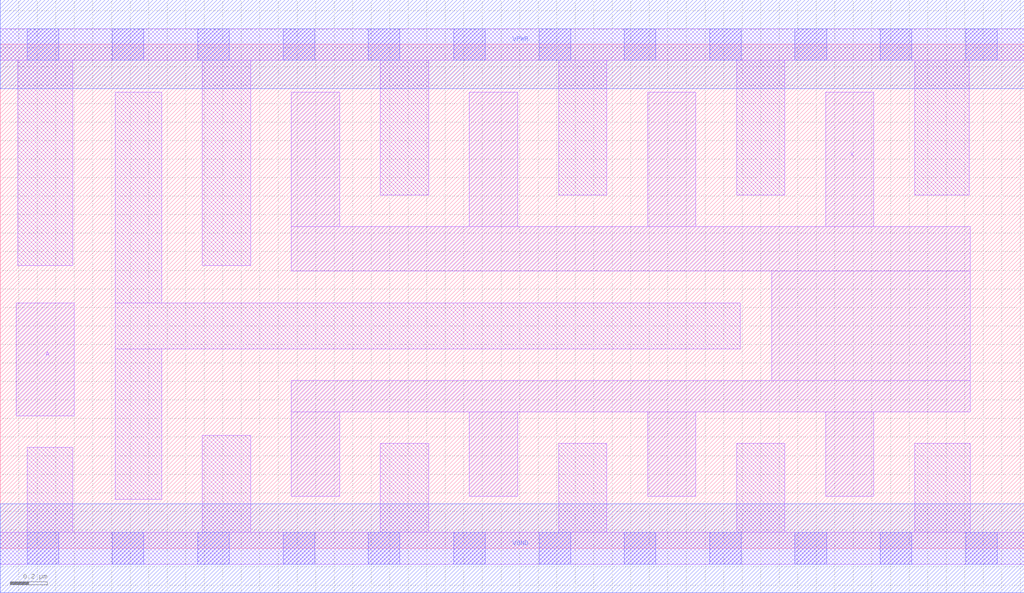
<source format=lef>
# Copyright 2020 The SkyWater PDK Authors
#
# Licensed under the Apache License, Version 2.0 (the "License");
# you may not use this file except in compliance with the License.
# You may obtain a copy of the License at
#
#     https://www.apache.org/licenses/LICENSE-2.0
#
# Unless required by applicable law or agreed to in writing, software
# distributed under the License is distributed on an "AS IS" BASIS,
# WITHOUT WARRANTIES OR CONDITIONS OF ANY KIND, either express or implied.
# See the License for the specific language governing permissions and
# limitations under the License.
#
# SPDX-License-Identifier: Apache-2.0

VERSION 5.7 ;
  NOWIREEXTENSIONATPIN ON ;
  DIVIDERCHAR "/" ;
  BUSBITCHARS "[]" ;
UNITS
  DATABASE MICRONS 200 ;
END UNITS
PROPERTYDEFINITIONS
  MACRO maskLayoutSubType STRING ;
  MACRO prCellType STRING ;
  MACRO originalViewName STRING ;
END PROPERTYDEFINITIONS
MACRO sky130_fd_sc_hdll__clkbuf_8
  CLASS CORE ;
  FOREIGN sky130_fd_sc_hdll__clkbuf_8 ;
  ORIGIN  0.000000  0.000000 ;
  SIZE  5.520000 BY  2.720000 ;
  SYMMETRY X Y R90 ;
  SITE unithd ;
  PIN A
    ANTENNAGATEAREA  0.486000 ;
    DIRECTION INPUT ;
    USE SIGNAL ;
    PORT
      LAYER li1 ;
        RECT 0.085000 0.715000 0.400000 1.325000 ;
    END
  END A
  PIN X
    ANTENNADIFFAREA  1.775400 ;
    DIRECTION OUTPUT ;
    USE SIGNAL ;
    PORT
      LAYER li1 ;
        RECT 1.570000 0.280000 1.830000 0.735000 ;
        RECT 1.570000 0.735000 5.230000 0.905000 ;
        RECT 1.570000 1.495000 5.230000 1.735000 ;
        RECT 1.570000 1.735000 1.830000 2.460000 ;
        RECT 2.530000 0.280000 2.790000 0.735000 ;
        RECT 2.530000 1.735000 2.790000 2.460000 ;
        RECT 3.490000 0.280000 3.750000 0.735000 ;
        RECT 3.490000 1.735000 3.750000 2.460000 ;
        RECT 4.160000 0.905000 5.230000 1.495000 ;
        RECT 4.450000 0.280000 4.710000 0.735000 ;
        RECT 4.450000 1.735000 4.710000 2.460000 ;
    END
  END X
  PIN VGND
    DIRECTION INOUT ;
    USE GROUND ;
    PORT
      LAYER met1 ;
        RECT 0.000000 -0.240000 5.520000 0.240000 ;
    END
  END VGND
  PIN VPWR
    DIRECTION INOUT ;
    USE POWER ;
    PORT
      LAYER met1 ;
        RECT 0.000000 2.480000 5.520000 2.960000 ;
    END
  END VPWR
  OBS
    LAYER li1 ;
      RECT 0.000000 -0.085000 5.520000 0.085000 ;
      RECT 0.000000  2.635000 5.520000 2.805000 ;
      RECT 0.095000  1.525000 0.390000 2.635000 ;
      RECT 0.145000  0.085000 0.390000 0.545000 ;
      RECT 0.620000  0.265000 0.870000 1.075000 ;
      RECT 0.620000  1.075000 3.990000 1.325000 ;
      RECT 0.620000  1.325000 0.870000 2.460000 ;
      RECT 1.090000  0.085000 1.350000 0.610000 ;
      RECT 1.090000  1.525000 1.350000 2.635000 ;
      RECT 2.050000  0.085000 2.310000 0.565000 ;
      RECT 2.050000  1.905000 2.310000 2.635000 ;
      RECT 3.010000  0.085000 3.270000 0.565000 ;
      RECT 3.010000  1.905000 3.270000 2.635000 ;
      RECT 3.970000  0.085000 4.230000 0.565000 ;
      RECT 3.970000  1.905000 4.230000 2.635000 ;
      RECT 4.930000  0.085000 5.230000 0.565000 ;
      RECT 4.930000  1.905000 5.225000 2.635000 ;
    LAYER mcon ;
      RECT 0.145000 -0.085000 0.315000 0.085000 ;
      RECT 0.145000  2.635000 0.315000 2.805000 ;
      RECT 0.605000 -0.085000 0.775000 0.085000 ;
      RECT 0.605000  2.635000 0.775000 2.805000 ;
      RECT 1.065000 -0.085000 1.235000 0.085000 ;
      RECT 1.065000  2.635000 1.235000 2.805000 ;
      RECT 1.525000 -0.085000 1.695000 0.085000 ;
      RECT 1.525000  2.635000 1.695000 2.805000 ;
      RECT 1.985000 -0.085000 2.155000 0.085000 ;
      RECT 1.985000  2.635000 2.155000 2.805000 ;
      RECT 2.445000 -0.085000 2.615000 0.085000 ;
      RECT 2.445000  2.635000 2.615000 2.805000 ;
      RECT 2.905000 -0.085000 3.075000 0.085000 ;
      RECT 2.905000  2.635000 3.075000 2.805000 ;
      RECT 3.365000 -0.085000 3.535000 0.085000 ;
      RECT 3.365000  2.635000 3.535000 2.805000 ;
      RECT 3.825000 -0.085000 3.995000 0.085000 ;
      RECT 3.825000  2.635000 3.995000 2.805000 ;
      RECT 4.285000 -0.085000 4.455000 0.085000 ;
      RECT 4.285000  2.635000 4.455000 2.805000 ;
      RECT 4.745000 -0.085000 4.915000 0.085000 ;
      RECT 4.745000  2.635000 4.915000 2.805000 ;
      RECT 5.205000 -0.085000 5.375000 0.085000 ;
      RECT 5.205000  2.635000 5.375000 2.805000 ;
  END
  PROPERTY maskLayoutSubType "abstract" ;
  PROPERTY prCellType "standard" ;
  PROPERTY originalViewName "layout" ;
END sky130_fd_sc_hdll__clkbuf_8
END LIBRARY

</source>
